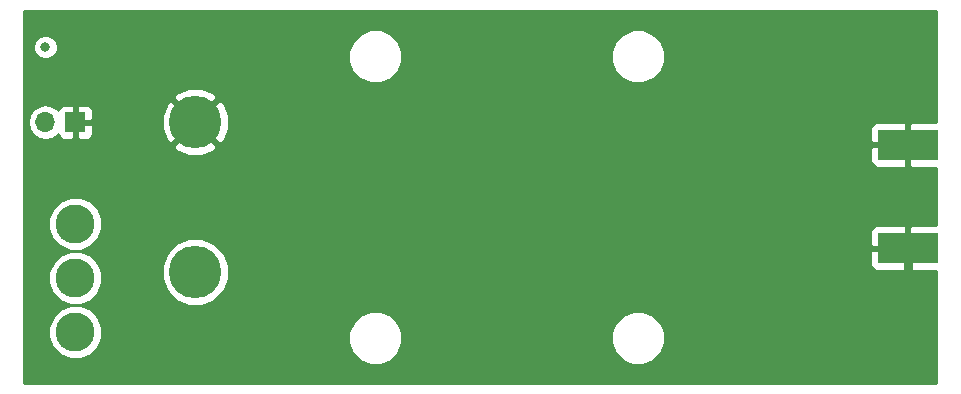
<source format=gbr>
G04 #@! TF.GenerationSoftware,KiCad,Pcbnew,(2017-05-02 revision e4d2924ee)-makepkg*
G04 #@! TF.CreationDate,2017-08-14T20:38:34-05:00*
G04 #@! TF.ProjectId,NoiseGen,4E6F69736547656E2E6B696361645F70,rev?*
G04 #@! TF.FileFunction,Copper,L2,Bot,Signal*
G04 #@! TF.FilePolarity,Positive*
%FSLAX46Y46*%
G04 Gerber Fmt 4.6, Leading zero omitted, Abs format (unit mm)*
G04 Created by KiCad (PCBNEW (2017-05-02 revision e4d2924ee)-makepkg) date 08/14/17 20:38:34*
%MOMM*%
%LPD*%
G01*
G04 APERTURE LIST*
%ADD10C,0.100000*%
%ADD11C,4.445000*%
%ADD12O,1.700000X1.700000*%
%ADD13R,1.700000X1.700000*%
%ADD14R,5.080000X2.616200*%
%ADD15C,3.302000*%
%ADD16C,0.800000*%
%ADD17C,0.203200*%
%ADD18C,1.016000*%
%ADD19C,0.508000*%
%ADD20C,0.762000*%
%ADD21C,0.254000*%
G04 APERTURE END LIST*
D10*
D11*
X86360000Y-107950000D03*
X86360000Y-95250000D03*
D12*
X73660000Y-95250000D03*
D13*
X76200000Y-95250000D03*
D14*
X146685000Y-105918000D03*
X146685000Y-97155000D03*
D15*
X76200000Y-113030000D03*
X76200000Y-108432600D03*
X76200000Y-103835200D03*
D16*
X73660000Y-88900000D03*
X81280000Y-92710000D03*
X76200000Y-97790000D03*
X96520000Y-97536000D03*
X99187000Y-98806000D03*
X101854000Y-97409000D03*
X104902000Y-98044000D03*
X108458000Y-97536000D03*
X98425000Y-92710000D03*
X101600000Y-93980000D03*
X105410000Y-93345000D03*
X107315000Y-92075000D03*
X146685000Y-99695000D03*
X80772000Y-109347000D03*
X123403373Y-98968482D03*
X111760000Y-102870000D03*
X129540000Y-106045000D03*
X134620000Y-106045000D03*
X139700000Y-106045000D03*
X131445000Y-102743000D03*
X129408352Y-100867205D03*
X110490000Y-97155000D03*
X109855000Y-95250000D03*
X109855000Y-93345000D03*
X111760000Y-92075000D03*
X127000000Y-100965000D03*
X116205000Y-99060000D03*
X113665000Y-99060000D03*
X113030000Y-93345000D03*
X113030000Y-95250000D03*
X114300000Y-96520000D03*
X116840000Y-96520000D03*
X118745000Y-96520000D03*
X121285000Y-96520000D03*
X123825000Y-96520000D03*
X126365000Y-96520000D03*
X128270000Y-97155000D03*
X128905000Y-98425000D03*
X130810000Y-98425000D03*
X132715000Y-98425000D03*
X134620000Y-98425000D03*
X135890000Y-99060000D03*
X133350000Y-102870000D03*
X135255000Y-102870000D03*
X137160000Y-102870000D03*
X139065000Y-102870000D03*
X140970000Y-102870000D03*
X142875000Y-102870000D03*
X137160000Y-100330000D03*
X142875000Y-100330000D03*
X119253000Y-99060000D03*
X111506000Y-98933000D03*
X146685000Y-103505000D03*
X121285000Y-99695000D03*
X142875000Y-97155000D03*
X132080000Y-93980000D03*
X142240000Y-95250000D03*
X137160000Y-95250000D03*
X94107000Y-105664000D03*
X95250000Y-109220000D03*
X96520000Y-101600000D03*
X99060000Y-101600000D03*
X90170000Y-100330000D03*
X95250000Y-100330000D03*
X102870000Y-100330000D03*
X106680000Y-102870000D03*
X116840000Y-102870000D03*
X91440000Y-93980000D03*
X86360000Y-99060000D03*
X86360000Y-101600000D03*
X119380000Y-88900000D03*
X127000000Y-88900000D03*
X132080000Y-88900000D03*
X137160000Y-88900000D03*
X147320000Y-91440000D03*
X147320000Y-88900000D03*
X142240000Y-88900000D03*
X83820000Y-88900000D03*
X88900000Y-88900000D03*
X96520000Y-88900000D03*
X106680000Y-88900000D03*
X111760000Y-88900000D03*
X114300000Y-91440000D03*
X119380000Y-91440000D03*
X127000000Y-91440000D03*
X132080000Y-91440000D03*
X137160000Y-91440000D03*
X142240000Y-91440000D03*
X96520000Y-111760000D03*
X91440000Y-109220000D03*
X104140000Y-109220000D03*
X109220000Y-109220000D03*
X114300000Y-109220000D03*
X119380000Y-109220000D03*
X124460000Y-109220000D03*
X129540000Y-109220000D03*
X134620000Y-109220000D03*
X139700000Y-109220000D03*
X144780000Y-109220000D03*
X81280000Y-114300000D03*
X86360000Y-114300000D03*
X91440000Y-114300000D03*
X96520000Y-114300000D03*
X104140000Y-114300000D03*
X109220000Y-114300000D03*
X114300000Y-114300000D03*
X119380000Y-114300000D03*
X129540000Y-114300000D03*
X134620000Y-114300000D03*
X139700000Y-114300000D03*
X144780000Y-114300000D03*
X146685000Y-108585000D03*
X146685000Y-94615000D03*
X121285000Y-101600000D03*
X117475000Y-100965000D03*
X127635000Y-102870000D03*
X142875000Y-106045000D03*
D17*
X101854000Y-97409000D02*
X100584000Y-97409000D01*
X100584000Y-97409000D02*
X99187000Y-98806000D01*
X108458000Y-97536000D02*
X107950000Y-98044000D01*
X107950000Y-98044000D02*
X104902000Y-98044000D01*
X101600000Y-93980000D02*
X100330000Y-92710000D01*
X100330000Y-92710000D02*
X98425000Y-92710000D01*
X107315000Y-92075000D02*
X106045000Y-93345000D01*
X106045000Y-93345000D02*
X105410000Y-93345000D01*
D18*
X81280000Y-114300000D02*
X81280000Y-109855000D01*
X81280000Y-109855000D02*
X80772000Y-109347000D01*
D19*
X139700000Y-106045000D02*
X134620000Y-106045000D01*
D17*
X109855000Y-95250000D02*
X109855000Y-96520000D01*
X109855000Y-96520000D02*
X110490000Y-97155000D01*
X111760000Y-92075000D02*
X111125000Y-92075000D01*
X111125000Y-92075000D02*
X109855000Y-93345000D01*
X113665000Y-99060000D02*
X116205000Y-99060000D01*
X113030000Y-95250000D02*
X113030000Y-93345000D01*
X116840000Y-96520000D02*
X114300000Y-96520000D01*
X121285000Y-96520000D02*
X118745000Y-96520000D01*
X126365000Y-96520000D02*
X123825000Y-96520000D01*
X128905000Y-98425000D02*
X128905000Y-97790000D01*
X128905000Y-97790000D02*
X128270000Y-97155000D01*
X132715000Y-98425000D02*
X130810000Y-98425000D01*
X135890000Y-99060000D02*
X135255000Y-99060000D01*
X135255000Y-99060000D02*
X134620000Y-98425000D01*
X135255000Y-102870000D02*
X133350000Y-102870000D01*
X139065000Y-102870000D02*
X137160000Y-102870000D01*
X142875000Y-102870000D02*
X140970000Y-102870000D01*
X139065000Y-100330000D02*
X137160000Y-100330000D01*
X142875000Y-100330000D02*
X140970000Y-100330000D01*
D20*
X137160000Y-95250000D02*
X142240000Y-95250000D01*
X102870000Y-100330000D02*
X95250000Y-100330000D01*
X116840000Y-102870000D02*
X106680000Y-102870000D01*
X86360000Y-101600000D02*
X86360000Y-99060000D01*
D17*
X132080000Y-88900000D02*
X127000000Y-88900000D01*
X142240000Y-88900000D02*
X137160000Y-88900000D01*
X142240000Y-88900000D02*
X147320000Y-88900000D01*
X96520000Y-88900000D02*
X88900000Y-88900000D01*
X111760000Y-88900000D02*
X106680000Y-88900000D01*
X119380000Y-91440000D02*
X114300000Y-91440000D01*
X132080000Y-91440000D02*
X127000000Y-91440000D01*
X142240000Y-91440000D02*
X137160000Y-91440000D01*
X104140000Y-109220000D02*
X91440000Y-109220000D01*
X114300000Y-109220000D02*
X109220000Y-109220000D01*
X124460000Y-109220000D02*
X119380000Y-109220000D01*
X134620000Y-109220000D02*
X129540000Y-109220000D01*
X144780000Y-109220000D02*
X139700000Y-109220000D01*
X86360000Y-114300000D02*
X81280000Y-114300000D01*
X96520000Y-114300000D02*
X91440000Y-114300000D01*
X109220000Y-114300000D02*
X104140000Y-114300000D01*
X119380000Y-114300000D02*
X114300000Y-114300000D01*
X134620000Y-114300000D02*
X129540000Y-114300000D01*
X144780000Y-114300000D02*
X139700000Y-114300000D01*
D20*
X146685000Y-105918000D02*
X146685000Y-108585000D01*
D21*
G36*
X149098000Y-95211900D02*
X146970750Y-95211900D01*
X146812000Y-95370650D01*
X146812000Y-97028000D01*
X146832000Y-97028000D01*
X146832000Y-97282000D01*
X146812000Y-97282000D01*
X146812000Y-98939350D01*
X146970750Y-99098100D01*
X149098000Y-99098100D01*
X149098000Y-103974900D01*
X146970750Y-103974900D01*
X146812000Y-104133650D01*
X146812000Y-105791000D01*
X146832000Y-105791000D01*
X146832000Y-106045000D01*
X146812000Y-106045000D01*
X146812000Y-107702350D01*
X146970750Y-107861100D01*
X149098000Y-107861100D01*
X149098000Y-117348000D01*
X71882000Y-117348000D01*
X71882000Y-113482719D01*
X73913604Y-113482719D01*
X74260894Y-114323223D01*
X74903395Y-114966846D01*
X75743292Y-115315602D01*
X76652719Y-115316396D01*
X77493223Y-114969106D01*
X78136846Y-114326605D01*
X78286865Y-113965319D01*
X99313604Y-113965319D01*
X99660894Y-114805823D01*
X100303395Y-115449446D01*
X101143292Y-115798202D01*
X102052719Y-115798996D01*
X102893223Y-115451706D01*
X103536846Y-114809205D01*
X103885602Y-113969308D01*
X103885605Y-113965319D01*
X121538604Y-113965319D01*
X121885894Y-114805823D01*
X122528395Y-115449446D01*
X123368292Y-115798202D01*
X124277719Y-115798996D01*
X125118223Y-115451706D01*
X125761846Y-114809205D01*
X126110602Y-113969308D01*
X126111396Y-113059881D01*
X125764106Y-112219377D01*
X125121605Y-111575754D01*
X124281708Y-111226998D01*
X123372281Y-111226204D01*
X122531777Y-111573494D01*
X121888154Y-112215995D01*
X121539398Y-113055892D01*
X121538604Y-113965319D01*
X103885605Y-113965319D01*
X103886396Y-113059881D01*
X103539106Y-112219377D01*
X102896605Y-111575754D01*
X102056708Y-111226998D01*
X101147281Y-111226204D01*
X100306777Y-111573494D01*
X99663154Y-112215995D01*
X99314398Y-113055892D01*
X99313604Y-113965319D01*
X78286865Y-113965319D01*
X78485602Y-113486708D01*
X78486396Y-112577281D01*
X78139106Y-111736777D01*
X77496605Y-111093154D01*
X76656708Y-110744398D01*
X75747281Y-110743604D01*
X74906777Y-111090894D01*
X74263154Y-111733395D01*
X73914398Y-112573292D01*
X73913604Y-113482719D01*
X71882000Y-113482719D01*
X71882000Y-108885319D01*
X73913604Y-108885319D01*
X74260894Y-109725823D01*
X74903395Y-110369446D01*
X75743292Y-110718202D01*
X76652719Y-110718996D01*
X77493223Y-110371706D01*
X78136846Y-109729205D01*
X78485602Y-108889308D01*
X78485928Y-108515898D01*
X83502005Y-108515898D01*
X83936117Y-109566529D01*
X84739243Y-110371058D01*
X85789114Y-110807003D01*
X86925898Y-110807995D01*
X87976529Y-110373883D01*
X88781058Y-109570757D01*
X89217003Y-108520886D01*
X89217995Y-107384102D01*
X88783883Y-106333471D01*
X88654389Y-106203750D01*
X143510000Y-106203750D01*
X143510000Y-107352409D01*
X143606673Y-107585798D01*
X143785301Y-107764427D01*
X144018690Y-107861100D01*
X146399250Y-107861100D01*
X146558000Y-107702350D01*
X146558000Y-106045000D01*
X143668750Y-106045000D01*
X143510000Y-106203750D01*
X88654389Y-106203750D01*
X87980757Y-105528942D01*
X86930886Y-105092997D01*
X85794102Y-105092005D01*
X84743471Y-105526117D01*
X83938942Y-106329243D01*
X83502997Y-107379114D01*
X83502005Y-108515898D01*
X78485928Y-108515898D01*
X78486396Y-107979881D01*
X78139106Y-107139377D01*
X77496605Y-106495754D01*
X76656708Y-106146998D01*
X75747281Y-106146204D01*
X74906777Y-106493494D01*
X74263154Y-107135995D01*
X73914398Y-107975892D01*
X73913604Y-108885319D01*
X71882000Y-108885319D01*
X71882000Y-104287919D01*
X73913604Y-104287919D01*
X74260894Y-105128423D01*
X74903395Y-105772046D01*
X75743292Y-106120802D01*
X76652719Y-106121596D01*
X77493223Y-105774306D01*
X78136846Y-105131805D01*
X78406008Y-104483591D01*
X143510000Y-104483591D01*
X143510000Y-105632250D01*
X143668750Y-105791000D01*
X146558000Y-105791000D01*
X146558000Y-104133650D01*
X146399250Y-103974900D01*
X144018690Y-103974900D01*
X143785301Y-104071573D01*
X143606673Y-104250202D01*
X143510000Y-104483591D01*
X78406008Y-104483591D01*
X78485602Y-104291908D01*
X78486396Y-103382481D01*
X78139106Y-102541977D01*
X77496605Y-101898354D01*
X76656708Y-101549598D01*
X75747281Y-101548804D01*
X74906777Y-101896094D01*
X74263154Y-102538595D01*
X73914398Y-103378492D01*
X73913604Y-104287919D01*
X71882000Y-104287919D01*
X71882000Y-97285621D01*
X84503984Y-97285621D01*
X84751871Y-97679465D01*
X85803998Y-98109937D01*
X86940772Y-98105009D01*
X87968129Y-97679465D01*
X88118377Y-97440750D01*
X143510000Y-97440750D01*
X143510000Y-98589409D01*
X143606673Y-98822798D01*
X143785301Y-99001427D01*
X144018690Y-99098100D01*
X146399250Y-99098100D01*
X146558000Y-98939350D01*
X146558000Y-97282000D01*
X143668750Y-97282000D01*
X143510000Y-97440750D01*
X88118377Y-97440750D01*
X88216016Y-97285621D01*
X86360000Y-95429605D01*
X84503984Y-97285621D01*
X71882000Y-97285621D01*
X71882000Y-95220907D01*
X72175000Y-95220907D01*
X72175000Y-95279093D01*
X72288039Y-95847378D01*
X72609946Y-96329147D01*
X73091715Y-96651054D01*
X73660000Y-96764093D01*
X74228285Y-96651054D01*
X74710054Y-96329147D01*
X74739403Y-96285223D01*
X74811673Y-96459698D01*
X74990301Y-96638327D01*
X75223690Y-96735000D01*
X75914250Y-96735000D01*
X76073000Y-96576250D01*
X76073000Y-95377000D01*
X76327000Y-95377000D01*
X76327000Y-96576250D01*
X76485750Y-96735000D01*
X77176310Y-96735000D01*
X77409699Y-96638327D01*
X77588327Y-96459698D01*
X77685000Y-96226309D01*
X77685000Y-95535750D01*
X77526250Y-95377000D01*
X76327000Y-95377000D01*
X76073000Y-95377000D01*
X76053000Y-95377000D01*
X76053000Y-95123000D01*
X76073000Y-95123000D01*
X76073000Y-93923750D01*
X76327000Y-93923750D01*
X76327000Y-95123000D01*
X77526250Y-95123000D01*
X77685000Y-94964250D01*
X77685000Y-94693998D01*
X83500063Y-94693998D01*
X83504991Y-95830772D01*
X83930535Y-96858129D01*
X84324379Y-97106016D01*
X86180395Y-95250000D01*
X86539605Y-95250000D01*
X88395621Y-97106016D01*
X88789465Y-96858129D01*
X89219937Y-95806002D01*
X89219567Y-95720591D01*
X143510000Y-95720591D01*
X143510000Y-96869250D01*
X143668750Y-97028000D01*
X146558000Y-97028000D01*
X146558000Y-95370650D01*
X146399250Y-95211900D01*
X144018690Y-95211900D01*
X143785301Y-95308573D01*
X143606673Y-95487202D01*
X143510000Y-95720591D01*
X89219567Y-95720591D01*
X89215009Y-94669228D01*
X88789465Y-93641871D01*
X88395621Y-93393984D01*
X86539605Y-95250000D01*
X86180395Y-95250000D01*
X84324379Y-93393984D01*
X83930535Y-93641871D01*
X83500063Y-94693998D01*
X77685000Y-94693998D01*
X77685000Y-94273691D01*
X77588327Y-94040302D01*
X77409699Y-93861673D01*
X77176310Y-93765000D01*
X76485750Y-93765000D01*
X76327000Y-93923750D01*
X76073000Y-93923750D01*
X75914250Y-93765000D01*
X75223690Y-93765000D01*
X74990301Y-93861673D01*
X74811673Y-94040302D01*
X74739403Y-94214777D01*
X74710054Y-94170853D01*
X74228285Y-93848946D01*
X73660000Y-93735907D01*
X73091715Y-93848946D01*
X72609946Y-94170853D01*
X72288039Y-94652622D01*
X72175000Y-95220907D01*
X71882000Y-95220907D01*
X71882000Y-93214379D01*
X84503984Y-93214379D01*
X86360000Y-95070395D01*
X88216016Y-93214379D01*
X87968129Y-92820535D01*
X86916002Y-92390063D01*
X85779228Y-92394991D01*
X84751871Y-92820535D01*
X84503984Y-93214379D01*
X71882000Y-93214379D01*
X71882000Y-90140119D01*
X99313604Y-90140119D01*
X99660894Y-90980623D01*
X100303395Y-91624246D01*
X101143292Y-91973002D01*
X102052719Y-91973796D01*
X102893223Y-91626506D01*
X103536846Y-90984005D01*
X103885602Y-90144108D01*
X103885605Y-90140119D01*
X121538604Y-90140119D01*
X121885894Y-90980623D01*
X122528395Y-91624246D01*
X123368292Y-91973002D01*
X124277719Y-91973796D01*
X125118223Y-91626506D01*
X125761846Y-90984005D01*
X126110602Y-90144108D01*
X126111396Y-89234681D01*
X125764106Y-88394177D01*
X125121605Y-87750554D01*
X124281708Y-87401798D01*
X123372281Y-87401004D01*
X122531777Y-87748294D01*
X121888154Y-88390795D01*
X121539398Y-89230692D01*
X121538604Y-90140119D01*
X103885605Y-90140119D01*
X103886396Y-89234681D01*
X103539106Y-88394177D01*
X102896605Y-87750554D01*
X102056708Y-87401798D01*
X101147281Y-87401004D01*
X100306777Y-87748294D01*
X99663154Y-88390795D01*
X99314398Y-89230692D01*
X99313604Y-90140119D01*
X71882000Y-90140119D01*
X71882000Y-89104971D01*
X72624821Y-89104971D01*
X72782058Y-89485515D01*
X73072954Y-89776919D01*
X73453223Y-89934820D01*
X73864971Y-89935179D01*
X74245515Y-89777942D01*
X74536919Y-89487046D01*
X74694820Y-89106777D01*
X74695179Y-88695029D01*
X74537942Y-88314485D01*
X74247046Y-88023081D01*
X73866777Y-87865180D01*
X73455029Y-87864821D01*
X73074485Y-88022058D01*
X72783081Y-88312954D01*
X72625180Y-88693223D01*
X72624821Y-89104971D01*
X71882000Y-89104971D01*
X71882000Y-85852000D01*
X149098000Y-85852000D01*
X149098000Y-95211900D01*
X149098000Y-95211900D01*
G37*
X149098000Y-95211900D02*
X146970750Y-95211900D01*
X146812000Y-95370650D01*
X146812000Y-97028000D01*
X146832000Y-97028000D01*
X146832000Y-97282000D01*
X146812000Y-97282000D01*
X146812000Y-98939350D01*
X146970750Y-99098100D01*
X149098000Y-99098100D01*
X149098000Y-103974900D01*
X146970750Y-103974900D01*
X146812000Y-104133650D01*
X146812000Y-105791000D01*
X146832000Y-105791000D01*
X146832000Y-106045000D01*
X146812000Y-106045000D01*
X146812000Y-107702350D01*
X146970750Y-107861100D01*
X149098000Y-107861100D01*
X149098000Y-117348000D01*
X71882000Y-117348000D01*
X71882000Y-113482719D01*
X73913604Y-113482719D01*
X74260894Y-114323223D01*
X74903395Y-114966846D01*
X75743292Y-115315602D01*
X76652719Y-115316396D01*
X77493223Y-114969106D01*
X78136846Y-114326605D01*
X78286865Y-113965319D01*
X99313604Y-113965319D01*
X99660894Y-114805823D01*
X100303395Y-115449446D01*
X101143292Y-115798202D01*
X102052719Y-115798996D01*
X102893223Y-115451706D01*
X103536846Y-114809205D01*
X103885602Y-113969308D01*
X103885605Y-113965319D01*
X121538604Y-113965319D01*
X121885894Y-114805823D01*
X122528395Y-115449446D01*
X123368292Y-115798202D01*
X124277719Y-115798996D01*
X125118223Y-115451706D01*
X125761846Y-114809205D01*
X126110602Y-113969308D01*
X126111396Y-113059881D01*
X125764106Y-112219377D01*
X125121605Y-111575754D01*
X124281708Y-111226998D01*
X123372281Y-111226204D01*
X122531777Y-111573494D01*
X121888154Y-112215995D01*
X121539398Y-113055892D01*
X121538604Y-113965319D01*
X103885605Y-113965319D01*
X103886396Y-113059881D01*
X103539106Y-112219377D01*
X102896605Y-111575754D01*
X102056708Y-111226998D01*
X101147281Y-111226204D01*
X100306777Y-111573494D01*
X99663154Y-112215995D01*
X99314398Y-113055892D01*
X99313604Y-113965319D01*
X78286865Y-113965319D01*
X78485602Y-113486708D01*
X78486396Y-112577281D01*
X78139106Y-111736777D01*
X77496605Y-111093154D01*
X76656708Y-110744398D01*
X75747281Y-110743604D01*
X74906777Y-111090894D01*
X74263154Y-111733395D01*
X73914398Y-112573292D01*
X73913604Y-113482719D01*
X71882000Y-113482719D01*
X71882000Y-108885319D01*
X73913604Y-108885319D01*
X74260894Y-109725823D01*
X74903395Y-110369446D01*
X75743292Y-110718202D01*
X76652719Y-110718996D01*
X77493223Y-110371706D01*
X78136846Y-109729205D01*
X78485602Y-108889308D01*
X78485928Y-108515898D01*
X83502005Y-108515898D01*
X83936117Y-109566529D01*
X84739243Y-110371058D01*
X85789114Y-110807003D01*
X86925898Y-110807995D01*
X87976529Y-110373883D01*
X88781058Y-109570757D01*
X89217003Y-108520886D01*
X89217995Y-107384102D01*
X88783883Y-106333471D01*
X88654389Y-106203750D01*
X143510000Y-106203750D01*
X143510000Y-107352409D01*
X143606673Y-107585798D01*
X143785301Y-107764427D01*
X144018690Y-107861100D01*
X146399250Y-107861100D01*
X146558000Y-107702350D01*
X146558000Y-106045000D01*
X143668750Y-106045000D01*
X143510000Y-106203750D01*
X88654389Y-106203750D01*
X87980757Y-105528942D01*
X86930886Y-105092997D01*
X85794102Y-105092005D01*
X84743471Y-105526117D01*
X83938942Y-106329243D01*
X83502997Y-107379114D01*
X83502005Y-108515898D01*
X78485928Y-108515898D01*
X78486396Y-107979881D01*
X78139106Y-107139377D01*
X77496605Y-106495754D01*
X76656708Y-106146998D01*
X75747281Y-106146204D01*
X74906777Y-106493494D01*
X74263154Y-107135995D01*
X73914398Y-107975892D01*
X73913604Y-108885319D01*
X71882000Y-108885319D01*
X71882000Y-104287919D01*
X73913604Y-104287919D01*
X74260894Y-105128423D01*
X74903395Y-105772046D01*
X75743292Y-106120802D01*
X76652719Y-106121596D01*
X77493223Y-105774306D01*
X78136846Y-105131805D01*
X78406008Y-104483591D01*
X143510000Y-104483591D01*
X143510000Y-105632250D01*
X143668750Y-105791000D01*
X146558000Y-105791000D01*
X146558000Y-104133650D01*
X146399250Y-103974900D01*
X144018690Y-103974900D01*
X143785301Y-104071573D01*
X143606673Y-104250202D01*
X143510000Y-104483591D01*
X78406008Y-104483591D01*
X78485602Y-104291908D01*
X78486396Y-103382481D01*
X78139106Y-102541977D01*
X77496605Y-101898354D01*
X76656708Y-101549598D01*
X75747281Y-101548804D01*
X74906777Y-101896094D01*
X74263154Y-102538595D01*
X73914398Y-103378492D01*
X73913604Y-104287919D01*
X71882000Y-104287919D01*
X71882000Y-97285621D01*
X84503984Y-97285621D01*
X84751871Y-97679465D01*
X85803998Y-98109937D01*
X86940772Y-98105009D01*
X87968129Y-97679465D01*
X88118377Y-97440750D01*
X143510000Y-97440750D01*
X143510000Y-98589409D01*
X143606673Y-98822798D01*
X143785301Y-99001427D01*
X144018690Y-99098100D01*
X146399250Y-99098100D01*
X146558000Y-98939350D01*
X146558000Y-97282000D01*
X143668750Y-97282000D01*
X143510000Y-97440750D01*
X88118377Y-97440750D01*
X88216016Y-97285621D01*
X86360000Y-95429605D01*
X84503984Y-97285621D01*
X71882000Y-97285621D01*
X71882000Y-95220907D01*
X72175000Y-95220907D01*
X72175000Y-95279093D01*
X72288039Y-95847378D01*
X72609946Y-96329147D01*
X73091715Y-96651054D01*
X73660000Y-96764093D01*
X74228285Y-96651054D01*
X74710054Y-96329147D01*
X74739403Y-96285223D01*
X74811673Y-96459698D01*
X74990301Y-96638327D01*
X75223690Y-96735000D01*
X75914250Y-96735000D01*
X76073000Y-96576250D01*
X76073000Y-95377000D01*
X76327000Y-95377000D01*
X76327000Y-96576250D01*
X76485750Y-96735000D01*
X77176310Y-96735000D01*
X77409699Y-96638327D01*
X77588327Y-96459698D01*
X77685000Y-96226309D01*
X77685000Y-95535750D01*
X77526250Y-95377000D01*
X76327000Y-95377000D01*
X76073000Y-95377000D01*
X76053000Y-95377000D01*
X76053000Y-95123000D01*
X76073000Y-95123000D01*
X76073000Y-93923750D01*
X76327000Y-93923750D01*
X76327000Y-95123000D01*
X77526250Y-95123000D01*
X77685000Y-94964250D01*
X77685000Y-94693998D01*
X83500063Y-94693998D01*
X83504991Y-95830772D01*
X83930535Y-96858129D01*
X84324379Y-97106016D01*
X86180395Y-95250000D01*
X86539605Y-95250000D01*
X88395621Y-97106016D01*
X88789465Y-96858129D01*
X89219937Y-95806002D01*
X89219567Y-95720591D01*
X143510000Y-95720591D01*
X143510000Y-96869250D01*
X143668750Y-97028000D01*
X146558000Y-97028000D01*
X146558000Y-95370650D01*
X146399250Y-95211900D01*
X144018690Y-95211900D01*
X143785301Y-95308573D01*
X143606673Y-95487202D01*
X143510000Y-95720591D01*
X89219567Y-95720591D01*
X89215009Y-94669228D01*
X88789465Y-93641871D01*
X88395621Y-93393984D01*
X86539605Y-95250000D01*
X86180395Y-95250000D01*
X84324379Y-93393984D01*
X83930535Y-93641871D01*
X83500063Y-94693998D01*
X77685000Y-94693998D01*
X77685000Y-94273691D01*
X77588327Y-94040302D01*
X77409699Y-93861673D01*
X77176310Y-93765000D01*
X76485750Y-93765000D01*
X76327000Y-93923750D01*
X76073000Y-93923750D01*
X75914250Y-93765000D01*
X75223690Y-93765000D01*
X74990301Y-93861673D01*
X74811673Y-94040302D01*
X74739403Y-94214777D01*
X74710054Y-94170853D01*
X74228285Y-93848946D01*
X73660000Y-93735907D01*
X73091715Y-93848946D01*
X72609946Y-94170853D01*
X72288039Y-94652622D01*
X72175000Y-95220907D01*
X71882000Y-95220907D01*
X71882000Y-93214379D01*
X84503984Y-93214379D01*
X86360000Y-95070395D01*
X88216016Y-93214379D01*
X87968129Y-92820535D01*
X86916002Y-92390063D01*
X85779228Y-92394991D01*
X84751871Y-92820535D01*
X84503984Y-93214379D01*
X71882000Y-93214379D01*
X71882000Y-90140119D01*
X99313604Y-90140119D01*
X99660894Y-90980623D01*
X100303395Y-91624246D01*
X101143292Y-91973002D01*
X102052719Y-91973796D01*
X102893223Y-91626506D01*
X103536846Y-90984005D01*
X103885602Y-90144108D01*
X103885605Y-90140119D01*
X121538604Y-90140119D01*
X121885894Y-90980623D01*
X122528395Y-91624246D01*
X123368292Y-91973002D01*
X124277719Y-91973796D01*
X125118223Y-91626506D01*
X125761846Y-90984005D01*
X126110602Y-90144108D01*
X126111396Y-89234681D01*
X125764106Y-88394177D01*
X125121605Y-87750554D01*
X124281708Y-87401798D01*
X123372281Y-87401004D01*
X122531777Y-87748294D01*
X121888154Y-88390795D01*
X121539398Y-89230692D01*
X121538604Y-90140119D01*
X103885605Y-90140119D01*
X103886396Y-89234681D01*
X103539106Y-88394177D01*
X102896605Y-87750554D01*
X102056708Y-87401798D01*
X101147281Y-87401004D01*
X100306777Y-87748294D01*
X99663154Y-88390795D01*
X99314398Y-89230692D01*
X99313604Y-90140119D01*
X71882000Y-90140119D01*
X71882000Y-89104971D01*
X72624821Y-89104971D01*
X72782058Y-89485515D01*
X73072954Y-89776919D01*
X73453223Y-89934820D01*
X73864971Y-89935179D01*
X74245515Y-89777942D01*
X74536919Y-89487046D01*
X74694820Y-89106777D01*
X74695179Y-88695029D01*
X74537942Y-88314485D01*
X74247046Y-88023081D01*
X73866777Y-87865180D01*
X73455029Y-87864821D01*
X73074485Y-88022058D01*
X72783081Y-88312954D01*
X72625180Y-88693223D01*
X72624821Y-89104971D01*
X71882000Y-89104971D01*
X71882000Y-85852000D01*
X149098000Y-85852000D01*
X149098000Y-95211900D01*
M02*

</source>
